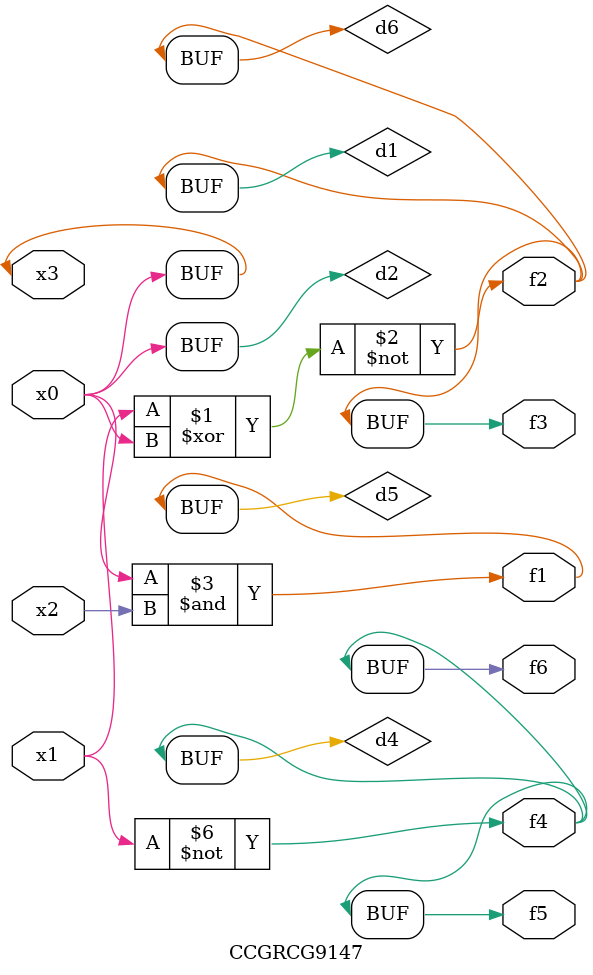
<source format=v>
module CCGRCG9147(
	input x0, x1, x2, x3,
	output f1, f2, f3, f4, f5, f6
);

	wire d1, d2, d3, d4, d5, d6;

	xnor (d1, x1, x3);
	buf (d2, x0, x3);
	nand (d3, x0, x2);
	not (d4, x1);
	nand (d5, d3);
	or (d6, d1);
	assign f1 = d5;
	assign f2 = d6;
	assign f3 = d6;
	assign f4 = d4;
	assign f5 = d4;
	assign f6 = d4;
endmodule

</source>
